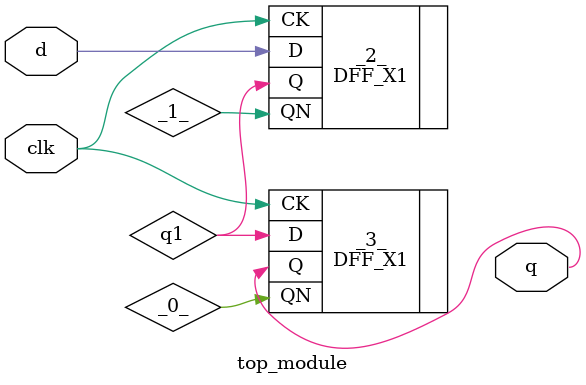
<source format=v>
/* Generated by Yosys 0.38+92 (git sha1 84116c9a3, x86_64-conda-linux-gnu-cc 11.2.0 -fvisibility-inlines-hidden -fmessage-length=0 -march=nocona -mtune=haswell -ftree-vectorize -fPIC -fstack-protector-strong -fno-plt -O2 -ffunction-sections -fdebug-prefix-map=/root/conda-eda/conda-eda/workdir/conda-env/conda-bld/yosys_1708682838165/work=/usr/local/src/conda/yosys-0.38_93_g84116c9a3 -fdebug-prefix-map=/mnt/shared-scratch/Rajendran_J/matthewdelorenzo/miniconda3/envs/rltf=/usr/local/src/conda-prefix -fPIC -Os -fno-merge-constants) */

module top_module(clk, d, q);
  wire _0_;
  wire _1_;
  input clk;
  wire clk;
  input d;
  wire d;
  output q;
  wire q;
  wire q1;
  DFF_X1 _2_ (
    .CK(clk),
    .D(d),
    .Q(q1),
    .QN(_1_)
  );
  DFF_X1 _3_ (
    .CK(clk),
    .D(q1),
    .Q(q),
    .QN(_0_)
  );
endmodule

</source>
